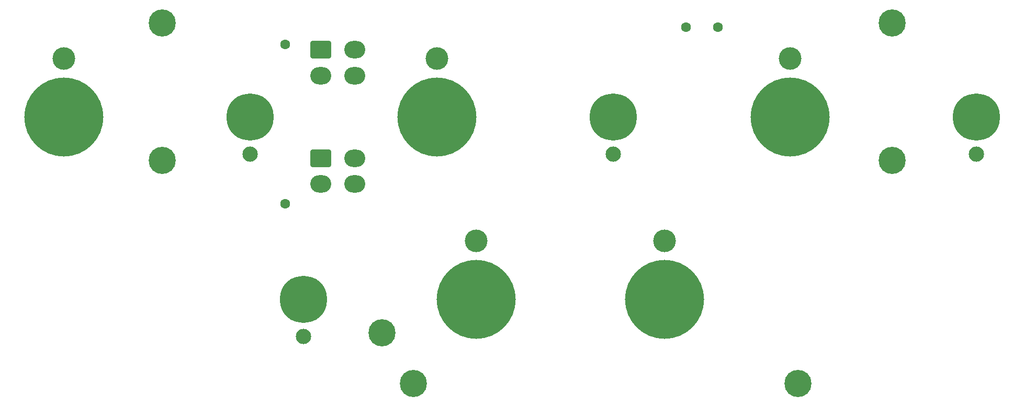
<source format=gbr>
%TF.GenerationSoftware,KiCad,Pcbnew,7.0.1*%
%TF.CreationDate,2023-04-21T18:14:22-08:00*%
%TF.ProjectId,HUD PANEL,48554420-5041-44e4-954c-2e6b69636164,4*%
%TF.SameCoordinates,Original*%
%TF.FileFunction,Soldermask,Bot*%
%TF.FilePolarity,Negative*%
%FSLAX46Y46*%
G04 Gerber Fmt 4.6, Leading zero omitted, Abs format (unit mm)*
G04 Created by KiCad (PCBNEW 7.0.1) date 2023-04-21 18:14:22*
%MOMM*%
%LPD*%
G01*
G04 APERTURE LIST*
G04 Aperture macros list*
%AMRoundRect*
0 Rectangle with rounded corners*
0 $1 Rounding radius*
0 $2 $3 $4 $5 $6 $7 $8 $9 X,Y pos of 4 corners*
0 Add a 4 corners polygon primitive as box body*
4,1,4,$2,$3,$4,$5,$6,$7,$8,$9,$2,$3,0*
0 Add four circle primitives for the rounded corners*
1,1,$1+$1,$2,$3*
1,1,$1+$1,$4,$5*
1,1,$1+$1,$6,$7*
1,1,$1+$1,$8,$9*
0 Add four rect primitives between the rounded corners*
20,1,$1+$1,$2,$3,$4,$5,0*
20,1,$1+$1,$4,$5,$6,$7,0*
20,1,$1+$1,$6,$7,$8,$9,0*
20,1,$1+$1,$8,$9,$2,$3,0*%
G04 Aperture macros list end*
%ADD10C,4.400000*%
%ADD11C,1.600000*%
%ADD12C,12.800000*%
%ADD13C,3.672000*%
%ADD14C,7.640752*%
%ADD15C,2.481250*%
%ADD16RoundRect,0.300001X-1.399999X1.099999X-1.399999X-1.099999X1.399999X-1.099999X1.399999X1.099999X0*%
%ADD17O,3.400000X2.800000*%
G04 APERTURE END LIST*
D10*
%TO.C,H2*%
X213360000Y-41249600D03*
%TD*%
%TO.C,H1*%
X95250000Y-41249600D03*
%TD*%
%TO.C,H6*%
X135890000Y-99669600D03*
%TD*%
%TO.C,H3*%
X95250000Y-63474600D03*
%TD*%
%TO.C,H7*%
X198120000Y-99669600D03*
%TD*%
%TO.C,H4*%
X213360000Y-63474600D03*
%TD*%
%TO.C,H5*%
X130810000Y-91414600D03*
%TD*%
D11*
%TO.C,TP1*%
X115150000Y-44660000D03*
%TD*%
D12*
%TO.C,H8*%
X79375000Y-56489600D03*
D13*
X79375000Y-46964600D03*
%TD*%
D11*
%TO.C,TP3*%
X180040000Y-41880000D03*
%TD*%
D12*
%TO.C,H10*%
X196850000Y-56489600D03*
D13*
X196850000Y-46964600D03*
%TD*%
D14*
%TO.C,H16*%
X118110000Y-86017099D03*
D15*
X118110000Y-92017099D03*
%TD*%
D14*
%TO.C,H15*%
X227012000Y-56489600D03*
D15*
X227012000Y-62489600D03*
%TD*%
D12*
%TO.C,H9*%
X139700000Y-56489600D03*
D13*
X139700000Y-46964600D03*
%TD*%
D12*
%TO.C,H12*%
X176530000Y-86017099D03*
D13*
X176530000Y-76492099D03*
%TD*%
D11*
%TO.C,TP4*%
X185180000Y-41930000D03*
%TD*%
D14*
%TO.C,H13*%
X109537500Y-56489600D03*
D15*
X109537500Y-62489600D03*
%TD*%
D12*
%TO.C,H11*%
X146050000Y-86017099D03*
D13*
X146050000Y-76492099D03*
%TD*%
D14*
%TO.C,H14*%
X168275000Y-56489600D03*
D15*
X168275000Y-62489600D03*
%TD*%
D11*
%TO.C,TP2*%
X115160000Y-70470000D03*
%TD*%
D16*
%TO.C,J1*%
X120920000Y-45530000D03*
D17*
X120920000Y-49730000D03*
X126420000Y-45530000D03*
X126420000Y-49730000D03*
%TD*%
D16*
%TO.C,J2*%
X120920000Y-63100000D03*
D17*
X120920000Y-67300000D03*
X126420000Y-63100000D03*
X126420000Y-67300000D03*
%TD*%
M02*

</source>
